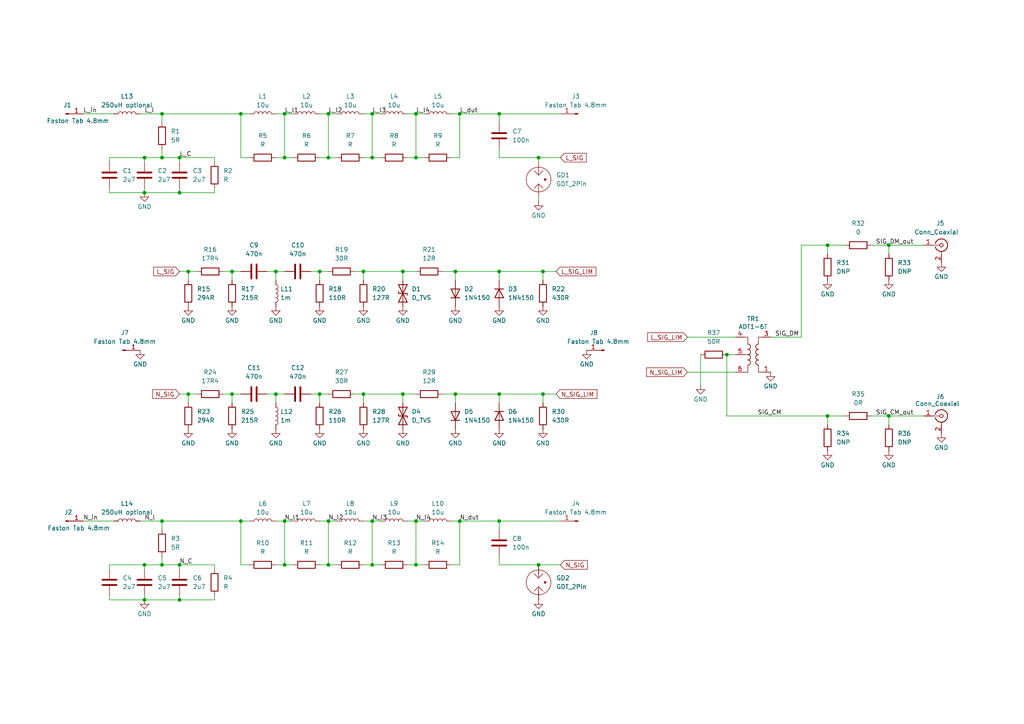
<source format=kicad_sch>
(kicad_sch (version 20250114) (generator "eeschema") (generator_version "9.0")
  (paper "A4")
  (lib_symbols
    (symbol "Connector:Conn_01x01_Pin" (pin_names (offset 1.016) (hide yes))
      (property "Reference" "J" (at 0 2.54 0))
      (property "Value" "Conn_01x01_Pin" (at 0 -2.54 0))
      (symbol "Conn_01x01_Pin_1_1"
        (rectangle (start 0.8636 0.127) (end 0 -0.127) (stroke (width 0.1524)) (fill (type outline)))
        (polyline (pts (xy 1.27 0) (xy 0.8636 0)) (stroke (width 0.1524)))
        (pin passive line (at 5.08 0 180) (length 3.81) (name "Pin_1") (number "1"))
      )
    )
    (symbol "Connector:Conn_Coaxial" (pin_names (offset 1.016) (hide yes))
      (property "Reference" "J" (at 0.254 3.048 0))
      (property "Value" "Conn_Coaxial" (at 2.921 0 90))
      (symbol "Conn_Coaxial_0_1"
        (polyline (pts (xy -2.54 0) (xy -0.508 0)))
        (arc (start 1.778 0) (mid 0.222 -1.8079) (end -1.778 -0.508) (stroke (width 0.254)))
        (arc (start -1.778 0.508) (mid 0.2221 1.8084) (end 1.778 0) (stroke (width 0.254)))
        (circle (center 0 0) (radius 0.508) (stroke (width 0.2032)))
        (polyline (pts (xy 0 -2.54) (xy 0 -1.778)))
      )
      (symbol "Conn_Coaxial_1_1"
        (pin passive line (at -5.08 0 0) (length 2.54) (name "In") (number "1"))
        (pin passive line (at 0 -5.08 90) (length 2.54) (name "Ext") (number "2"))
      )
    )
    (symbol "Device:C" (pin_numbers (hide yes)) (pin_names (offset 0.254))
      (property "Reference" "C" (at 0.635 2.54 0))
      (property "Value" "C" (at 0.635 -2.54 0))
      (symbol "C_0_1"
        (polyline (pts (xy -2.032 0.762) (xy 2.032 0.762)) (stroke (width 0.508)))
        (polyline (pts (xy -2.032 -0.762) (xy 2.032 -0.762)) (stroke (width 0.508)))
      )
      (symbol "C_1_1"
        (pin passive line (at 0 3.81 270) (length 2.794) (name "~") (number "1"))
        (pin passive line (at 0 -3.81 90) (length 2.794) (name "~") (number "2"))
      )
    )
    (symbol "Device:D" (pin_numbers (hide yes)) (pin_names (offset 1.016) (hide yes))
      (property "Reference" "D" (at 0 2.54 0))
      (property "Value" "D" (at 0 -2.54 0))
      (symbol "D_0_1"
        (polyline (pts (xy -1.27 1.27) (xy -1.27 -1.27)) (stroke (width 0.254)))
        (polyline (pts (xy 1.27 1.27) (xy 1.27 -1.27) (xy -1.27 0) (xy 1.27 1.27)) (stroke (width 0.254)))
        (polyline (pts (xy 1.27 0) (xy -1.27 0)))
      )
      (symbol "D_1_1"
        (pin passive line (at -3.81 0 0) (length 2.54) (name "K") (number "1"))
        (pin passive line (at 3.81 0 180) (length 2.54) (name "A") (number "2"))
      )
    )
    (symbol "Device:D_TVS" (pin_numbers (hide yes)) (pin_names (offset 1.016) (hide yes))
      (property "Reference" "D" (at 0 2.54 0))
      (property "Value" "D_TVS" (at 0 -2.54 0))
      (symbol "D_TVS_0_1"
        (polyline (pts (xy -2.54 1.27) (xy -2.54 -1.27) (xy 2.54 1.27) (xy 2.54 -1.27) (xy -2.54 1.27)) (stroke (width 0.254)))
        (polyline (pts (xy 0.508 1.27) (xy 0 1.27) (xy 0 -1.27) (xy -0.508 -1.27)) (stroke (width 0.254)))
        (polyline (pts (xy 1.27 0) (xy -1.27 0)))
      )
      (symbol "D_TVS_1_1"
        (pin passive line (at -3.81 0 0) (length 2.54) (name "A1") (number "1"))
        (pin passive line (at 3.81 0 180) (length 2.54) (name "A2") (number "2"))
      )
    )
    (symbol "Device:GDT_2Pin" (pin_numbers (hide yes))
      (property "Reference" "GD" (at 5.08 0 90))
      (property "Value" "GDT_2Pin" (at 7.62 0 90))
      (symbol "GDT_2Pin_0_1"
        (polyline (pts (xy 0 2.54) (xy 0 1.27)))
        (polyline (pts (xy 0 1.27) (xy 1.27 2.54)))
        (polyline (pts (xy 0 1.27) (xy -1.27 2.54)))
        (circle (center 0 0) (radius 3.5814))
        (polyline (pts (xy 0 -1.27) (xy 1.27 -2.54)))
        (polyline (pts (xy 0 -1.27) (xy -1.27 -2.54)))
        (polyline (pts (xy 0 -2.54) (xy 0 -1.27)))
        (circle (center 1.905 0) (radius 0.127))
        (circle (center 1.905 0) (radius 0.127))
        (circle (center 1.905 0) (radius 0.2794))
        (circle (center 2.032 0) (radius 0.127))
      )
      (symbol "GDT_2Pin_1_1"
        (pin passive line (at 0 5.08 270) (length 2.54) (name "~") (number "3"))
        (pin passive line (at 0 -5.08 90) (length 2.54) (name "~") (number "1"))
      )
    )
    (symbol "Device:L" (pin_numbers (hide yes)) (pin_names (offset 1.016) (hide yes))
      (property "Reference" "L" (at -1.27 0 90))
      (property "Value" "L" (at 1.905 0 90))
      (symbol "L_0_1"
        (arc (start 0 2.54) (mid 0.6323 1.905) (end 0 1.27))
        (arc (start 0 1.27) (mid 0.6323 0.635) (end 0 0))
        (arc (start 0 0) (mid 0.6323 -0.635) (end 0 -1.27))
        (arc (start 0 -1.27) (mid 0.6323 -1.905) (end 0 -2.54))
      )
      (symbol "L_1_1"
        (pin passive line (at 0 3.81 270) (length 1.27) (name "1") (number "1"))
        (pin passive line (at 0 -3.81 90) (length 1.27) (name "2") (number "2"))
      )
    )
    (symbol "Device:R" (pin_numbers (hide yes)) (pin_names (offset 0))
      (property "Reference" "R" (at 2.032 0 90))
      (property "Value" "R" (at 0 0 90))
      (symbol "R_0_1"
        (rectangle (start -1.016 -2.54) (end 1.016 2.54) (stroke (width 0.254)))
      )
      (symbol "R_1_1"
        (pin passive line (at 0 3.81 270) (length 1.27) (name "~") (number "1"))
        (pin passive line (at 0 -3.81 90) (length 1.27) (name "~") (number "2"))
      )
    )
    (symbol "Transformer:ADT1-6T" (pin_names (hide yes))
      (property "Reference" "TR" (at 0 6.35 0))
      (property "Value" "ADT1-6T" (at 0 -6.35 0))
      (symbol "ADT1-6T_0_1"
        (polyline (pts (xy -2.54 5.08) (xy -1.524 5.08) (xy -1.524 3.048) (xy -1.524 3.048)) (stroke (width 0.1524)))
        (arc (start -1.524 3.048) (mid -0.7653 2.286) (end -1.524 1.524) (stroke (width 0.2032)))
        (arc (start -1.524 1.524) (mid -0.7653 0.762) (end -1.524 0) (stroke (width 0.2032)))
        (arc (start -1.524 0) (mid -0.7653 -0.762) (end -1.524 -1.524) (stroke (width 0.2032)))
        (arc (start -1.524 -1.524) (mid -0.7653 -2.286) (end -1.524 -3.048) (stroke (width 0.2032)))
        (polyline (pts (xy -1.524 -3.048) (xy -1.524 -5.08) (xy -2.54 -5.08) (xy -2.54 -5.08)) (stroke (width 0.1524)))
        (polyline (pts (xy 1.524 3.048) (xy 1.524 5.08) (xy 2.54 5.08) (xy 2.54 5.08)) (stroke (width 0.1524)))
        (arc (start 1.524 1.524) (mid 0.7653 2.286) (end 1.524 3.048) (stroke (width 0.2032)))
        (arc (start 1.524 0) (mid 0.7653 0.762) (end 1.524 1.524) (stroke (width 0.2032)))
        (arc (start 1.524 -1.524) (mid 0.7653 -0.762) (end 1.524 0) (stroke (width 0.2032)))
        (arc (start 1.524 -3.048) (mid 0.7653 -2.286) (end 1.524 -1.524) (stroke (width 0.2032)))
        (polyline (pts (xy 2.54 0) (xy 1.27 0)) (stroke (width 0.1524)))
        (polyline (pts (xy 2.54 -5.08) (xy 1.524 -5.08) (xy 1.524 -3.048) (xy 1.524 -3.048)) (stroke (width 0.1524)))
      )
      (symbol "ADT1-6T_1_1"
        (pin passive line (at -5.08 5.08 0) (length 2.54) (name "~") (number "3"))
        (pin passive line (at -5.08 -5.08 0) (length 2.54) (name "~") (number "1"))
        (pin passive line (at 5.08 5.08 180) (length 2.54) (name "~") (number "4"))
        (pin passive line (at 5.08 0 180) (length 2.54) (name "~") (number "5"))
        (pin passive line (at 5.08 -5.08 180) (length 2.54) (name "~") (number "6"))
      )
    )
    (symbol "power:GND" (power) (pin_numbers (hide yes)) (pin_names (offset 0) (hide yes))
      (property "Value" "GND" (at 0 -3.81 0))
      (symbol "GND_0_1"
        (polyline (pts (xy 0 0) (xy 0 -1.27) (xy 1.27 -1.27) (xy 0 -2.54) (xy -1.27 -1.27) (xy 0 -1.27)))
      )
      (symbol "GND_1_1"
        (pin power_in line (at 0 0 270) (length 0) (name "~") (number "1"))
      )
    )
  )
  (junction (at 105.41 114.3))
  (junction (at 132.08 78.74))
  (junction (at 54.61 78.74))
  (junction (at 82.55 45.72))
  (junction (at 132.08 114.3))
  (junction (at 210.82 102.87))
  (junction (at 67.31 114.3))
  (junction (at 144.78 33.02))
  (junction (at 157.48 78.74))
  (junction (at 116.84 114.3))
  (junction (at 52.07 55.88))
  (junction (at 69.85 151.13))
  (junction (at 107.95 45.72))
  (junction (at 116.84 78.74))
  (junction (at 120.65 33.02))
  (junction (at 95.25 163.83))
  (junction (at 133.35 151.13))
  (junction (at 52.07 45.72))
  (junction (at 120.65 151.13))
  (junction (at 107.95 33.02))
  (junction (at 240.03 120.65))
  (junction (at 41.91 163.83))
  (junction (at 41.91 173.99))
  (junction (at 80.01 78.74))
  (junction (at 156.21 45.72))
  (junction (at 41.91 55.88))
  (junction (at 144.78 78.74))
  (junction (at 120.65 45.72))
  (junction (at 46.99 33.02))
  (junction (at 54.61 114.3))
  (junction (at 156.21 163.83))
  (junction (at 157.48 114.3))
  (junction (at 41.91 45.72))
  (junction (at 69.85 33.02))
  (junction (at 46.99 151.13))
  (junction (at 144.78 151.13))
  (junction (at 82.55 33.02))
  (junction (at 46.99 45.72))
  (junction (at 92.71 114.3))
  (junction (at 46.99 163.83))
  (junction (at 257.81 71.12))
  (junction (at 144.78 114.3))
  (junction (at 107.95 151.13))
  (junction (at 80.01 114.3))
  (junction (at 92.71 78.74))
  (junction (at 107.95 163.83))
  (junction (at 82.55 151.13))
  (junction (at 95.25 33.02))
  (junction (at 105.41 78.74))
  (junction (at 95.25 151.13))
  (junction (at 82.55 163.83))
  (junction (at 95.25 45.72))
  (junction (at 52.07 163.83))
  (junction (at 133.35 33.02))
  (junction (at 120.65 163.83))
  (junction (at 67.31 78.74))
  (junction (at 257.81 120.65))
  (junction (at 52.07 173.99))
  (junction (at 240.03 71.12))
  (wire (pts (xy 95.25 163.83) (xy 97.79 163.83)))
  (wire (pts (xy 52.07 54.61) (xy 52.07 55.88)))
  (wire (pts (xy 116.84 78.74) (xy 120.65 78.74)))
  (wire (pts (xy 95.25 45.72) (xy 97.79 45.72)))
  (wire (pts (xy 41.91 45.72) (xy 31.75 45.72)))
  (wire (pts (xy 105.41 45.72) (xy 107.95 45.72)))
  (wire (pts (xy 144.78 114.3) (xy 144.78 116.84)))
  (wire (pts (xy 144.78 114.3) (xy 157.48 114.3)))
  (wire (pts (xy 95.25 151.13) (xy 95.25 163.83)))
  (wire (pts (xy 80.01 116.84) (xy 80.01 114.3)))
  (wire (pts (xy 92.71 81.28) (xy 92.71 78.74)))
  (wire (pts (xy 156.21 46.99) (xy 156.21 45.72)))
  (wire (pts (xy 46.99 151.13) (xy 69.85 151.13)))
  (wire (pts (xy 107.95 151.13) (xy 110.49 151.13)))
  (wire (pts (xy 133.35 45.72) (xy 133.35 33.02)))
  (wire (pts (xy 107.95 151.13) (xy 107.95 163.83)))
  (wire (pts (xy 245.11 71.12) (xy 240.03 71.12)))
  (wire (pts (xy 240.03 71.12) (xy 240.03 73.66)))
  (wire (pts (xy 41.91 172.72) (xy 41.91 173.99)))
  (wire (pts (xy 120.65 163.83) (xy 123.19 163.83)))
  (wire (pts (xy 95.25 45.72) (xy 92.71 45.72)))
  (wire (pts (xy 132.08 114.3) (xy 132.08 116.84)))
  (wire (pts (xy 128.27 114.3) (xy 132.08 114.3)))
  (wire (pts (xy 69.85 163.83) (xy 72.39 163.83)))
  (wire (pts (xy 67.31 114.3) (xy 67.31 116.84)))
  (wire (pts (xy 157.48 81.28) (xy 157.48 78.74)))
  (wire (pts (xy 223.52 97.79) (xy 232.41 97.79)))
  (wire (pts (xy 120.65 151.13) (xy 123.19 151.13)))
  (wire (pts (xy 40.64 33.02) (xy 46.99 33.02)))
  (wire (pts (xy 105.41 116.84) (xy 105.41 114.3)))
  (wire (pts (xy 41.91 165.1) (xy 41.91 163.83)))
  (wire (pts (xy 52.07 163.83) (xy 62.23 163.83)))
  (wire (pts (xy 62.23 165.1) (xy 62.23 163.83)))
  (wire (pts (xy 252.73 71.12) (xy 257.81 71.12)))
  (wire (pts (xy 144.78 78.74) (xy 157.48 78.74)))
  (wire (pts (xy 105.41 114.3) (xy 116.84 114.3)))
  (wire (pts (xy 144.78 163.83) (xy 156.21 163.83)))
  (wire (pts (xy 128.27 78.74) (xy 132.08 78.74)))
  (wire (pts (xy 257.81 120.65) (xy 257.81 123.19)))
  (wire (pts (xy 116.84 114.3) (xy 116.84 116.84)))
  (wire (pts (xy 144.78 33.02) (xy 162.56 33.02)))
  (wire (pts (xy 80.01 81.28) (xy 80.01 78.74)))
  (wire (pts (xy 105.41 81.28) (xy 105.41 78.74)))
  (wire (pts (xy 120.65 33.02) (xy 123.19 33.02)))
  (wire (pts (xy 54.61 78.74) (xy 54.61 81.28)))
  (wire (pts (xy 46.99 33.02) (xy 69.85 33.02)))
  (wire (pts (xy 80.01 163.83) (xy 82.55 163.83)))
  (wire (pts (xy 232.41 71.12) (xy 240.03 71.12)))
  (wire (pts (xy 116.84 78.74) (xy 116.84 81.28)))
  (wire (pts (xy 105.41 163.83) (xy 107.95 163.83)))
  (wire (pts (xy 46.99 33.02) (xy 46.99 35.56)))
  (wire (pts (xy 52.07 45.72) (xy 46.99 45.72)))
  (wire (pts (xy 232.41 71.12) (xy 232.41 97.79)))
  (wire (pts (xy 41.91 46.99) (xy 41.91 45.72)))
  (wire (pts (xy 130.81 163.83) (xy 133.35 163.83)))
  (wire (pts (xy 203.2 102.87) (xy 203.2 111.76)))
  (wire (pts (xy 64.77 78.74) (xy 67.31 78.74)))
  (wire (pts (xy 118.11 151.13) (xy 120.65 151.13)))
  (wire (pts (xy 52.07 46.99) (xy 52.07 45.72)))
  (wire (pts (xy 199.39 97.79) (xy 213.36 97.79)))
  (wire (pts (xy 107.95 45.72) (xy 110.49 45.72)))
  (wire (pts (xy 52.07 165.1) (xy 52.07 163.83)))
  (wire (pts (xy 41.91 163.83) (xy 46.99 163.83)))
  (wire (pts (xy 24.13 151.13) (xy 33.02 151.13)))
  (wire (pts (xy 80.01 33.02) (xy 82.55 33.02)))
  (wire (pts (xy 31.75 55.88) (xy 41.91 55.88)))
  (wire (pts (xy 80.01 45.72) (xy 82.55 45.72)))
  (wire (pts (xy 95.25 33.02) (xy 95.25 45.72)))
  (wire (pts (xy 41.91 54.61) (xy 41.91 55.88)))
  (wire (pts (xy 54.61 114.3) (xy 57.15 114.3)))
  (wire (pts (xy 107.95 33.02) (xy 107.95 45.72)))
  (wire (pts (xy 62.23 173.99) (xy 52.07 173.99)))
  (wire (pts (xy 133.35 163.83) (xy 133.35 151.13)))
  (wire (pts (xy 31.75 173.99) (xy 41.91 173.99)))
  (wire (pts (xy 199.39 107.95) (xy 213.36 107.95)))
  (wire (pts (xy 120.65 33.02) (xy 120.65 45.72)))
  (wire (pts (xy 92.71 78.74) (xy 95.25 78.74)))
  (wire (pts (xy 69.85 151.13) (xy 69.85 163.83)))
  (wire (pts (xy 144.78 45.72) (xy 156.21 45.72)))
  (wire (pts (xy 102.87 114.3) (xy 105.41 114.3)))
  (wire (pts (xy 67.31 78.74) (xy 69.85 78.74)))
  (wire (pts (xy 62.23 55.88) (xy 52.07 55.88)))
  (wire (pts (xy 92.71 33.02) (xy 95.25 33.02)))
  (wire (pts (xy 31.75 172.72) (xy 31.75 173.99)))
  (wire (pts (xy 31.75 46.99) (xy 31.75 45.72)))
  (wire (pts (xy 257.81 71.12) (xy 267.97 71.12)))
  (wire (pts (xy 95.25 33.02) (xy 97.79 33.02)))
  (wire (pts (xy 132.08 78.74) (xy 144.78 78.74)))
  (wire (pts (xy 105.41 78.74) (xy 102.87 78.74)))
  (wire (pts (xy 24.13 33.02) (xy 33.02 33.02)))
  (wire (pts (xy 82.55 163.83) (xy 85.09 163.83)))
  (wire (pts (xy 133.35 33.02) (xy 144.78 33.02)))
  (wire (pts (xy 82.55 78.74) (xy 80.01 78.74)))
  (wire (pts (xy 130.81 45.72) (xy 133.35 45.72)))
  (wire (pts (xy 157.48 78.74) (xy 161.29 78.74)))
  (wire (pts (xy 105.41 33.02) (xy 107.95 33.02)))
  (wire (pts (xy 144.78 35.56) (xy 144.78 33.02)))
  (wire (pts (xy 107.95 163.83) (xy 110.49 163.83)))
  (wire (pts (xy 90.17 78.74) (xy 92.71 78.74)))
  (wire (pts (xy 120.65 163.83) (xy 120.65 151.13)))
  (wire (pts (xy 69.85 45.72) (xy 72.39 45.72)))
  (wire (pts (xy 82.55 151.13) (xy 82.55 163.83)))
  (wire (pts (xy 157.48 114.3) (xy 161.29 114.3)))
  (wire (pts (xy 46.99 161.29) (xy 46.99 163.83)))
  (wire (pts (xy 46.99 151.13) (xy 46.99 153.67)))
  (wire (pts (xy 245.11 120.65) (xy 240.03 120.65)))
  (wire (pts (xy 52.07 55.88) (xy 41.91 55.88)))
  (wire (pts (xy 52.07 114.3) (xy 54.61 114.3)))
  (wire (pts (xy 62.23 54.61) (xy 62.23 55.88)))
  (wire (pts (xy 107.95 33.02) (xy 110.49 33.02)))
  (wire (pts (xy 95.25 151.13) (xy 97.79 151.13)))
  (wire (pts (xy 130.81 33.02) (xy 133.35 33.02)))
  (wire (pts (xy 31.75 165.1) (xy 31.75 163.83)))
  (wire (pts (xy 133.35 151.13) (xy 144.78 151.13)))
  (wire (pts (xy 210.82 102.87) (xy 210.82 120.65)))
  (wire (pts (xy 80.01 114.3) (xy 82.55 114.3)))
  (wire (pts (xy 130.81 151.13) (xy 133.35 151.13)))
  (wire (pts (xy 118.11 163.83) (xy 120.65 163.83)))
  (wire (pts (xy 46.99 163.83) (xy 52.07 163.83)))
  (wire (pts (xy 90.17 114.3) (xy 92.71 114.3)))
  (wire (pts (xy 46.99 43.18) (xy 46.99 45.72)))
  (wire (pts (xy 144.78 78.74) (xy 144.78 81.28)))
  (wire (pts (xy 69.85 33.02) (xy 69.85 45.72)))
  (wire (pts (xy 118.11 45.72) (xy 120.65 45.72)))
  (wire (pts (xy 82.55 45.72) (xy 85.09 45.72)))
  (wire (pts (xy 31.75 163.83) (xy 41.91 163.83)))
  (wire (pts (xy 105.41 78.74) (xy 116.84 78.74)))
  (wire (pts (xy 105.41 151.13) (xy 107.95 151.13)))
  (wire (pts (xy 157.48 116.84) (xy 157.48 114.3)))
  (wire (pts (xy 210.82 120.65) (xy 240.03 120.65)))
  (wire (pts (xy 72.39 33.02) (xy 69.85 33.02)))
  (wire (pts (xy 257.81 73.66) (xy 257.81 71.12)))
  (wire (pts (xy 64.77 114.3) (xy 67.31 114.3)))
  (wire (pts (xy 156.21 45.72) (xy 162.56 45.72)))
  (wire (pts (xy 144.78 151.13) (xy 162.56 151.13)))
  (wire (pts (xy 156.21 163.83) (xy 162.56 163.83)))
  (wire (pts (xy 82.55 33.02) (xy 82.55 45.72)))
  (wire (pts (xy 52.07 45.72) (xy 62.23 45.72)))
  (wire (pts (xy 156.21 58.42) (xy 156.21 57.15)))
  (wire (pts (xy 92.71 114.3) (xy 95.25 114.3)))
  (wire (pts (xy 52.07 78.74) (xy 54.61 78.74)))
  (wire (pts (xy 120.65 45.72) (xy 123.19 45.72)))
  (wire (pts (xy 31.75 54.61) (xy 31.75 55.88)))
  (wire (pts (xy 92.71 151.13) (xy 95.25 151.13)))
  (wire (pts (xy 67.31 78.74) (xy 67.31 81.28)))
  (wire (pts (xy 54.61 78.74) (xy 57.15 78.74)))
  (wire (pts (xy 257.81 120.65) (xy 267.97 120.65)))
  (wire (pts (xy 95.25 163.83) (xy 92.71 163.83)))
  (wire (pts (xy 240.03 120.65) (xy 240.03 123.19)))
  (wire (pts (xy 80.01 78.74) (xy 77.47 78.74)))
  (wire (pts (xy 52.07 172.72) (xy 52.07 173.99)))
  (wire (pts (xy 118.11 33.02) (xy 120.65 33.02)))
  (wire (pts (xy 40.64 151.13) (xy 46.99 151.13)))
  (wire (pts (xy 132.08 78.74) (xy 132.08 81.28)))
  (wire (pts (xy 80.01 151.13) (xy 82.55 151.13)))
  (wire (pts (xy 62.23 172.72) (xy 62.23 173.99)))
  (wire (pts (xy 144.78 151.13) (xy 144.78 153.67)))
  (wire (pts (xy 72.39 151.13) (xy 69.85 151.13)))
  (wire (pts (xy 82.55 33.02) (xy 85.09 33.02)))
  (wire (pts (xy 92.71 116.84) (xy 92.71 114.3)))
  (wire (pts (xy 82.55 151.13) (xy 85.09 151.13)))
  (wire (pts (xy 144.78 161.29) (xy 144.78 163.83)))
  (wire (pts (xy 213.36 102.87) (xy 210.82 102.87)))
  (wire (pts (xy 252.73 120.65) (xy 257.81 120.65)))
  (wire (pts (xy 132.08 114.3) (xy 144.78 114.3)))
  (wire (pts (xy 41.91 45.72) (xy 46.99 45.72)))
  (wire (pts (xy 116.84 114.3) (xy 120.65 114.3)))
  (wire (pts (xy 52.07 173.99) (xy 41.91 173.99)))
  (wire (pts (xy 54.61 114.3) (xy 54.61 116.84)))
  (wire (pts (xy 62.23 46.99) (xy 62.23 45.72)))
  (wire (pts (xy 144.78 45.72) (xy 144.78 43.18)))
  (wire (pts (xy 67.31 114.3) (xy 69.85 114.3)))
  (wire (pts (xy 77.47 114.3) (xy 80.01 114.3)))
  (label "L_dut" (at 133.35 33.02 0))
  (label "N_dut" (at 133.35 151.13 0))
  (label "N_C" (at 52.07 163.83 0))
  (label "N_l2" (at 95.25 151.13 0))
  (label "SIG_CM" (at 219.71 120.65 0))
  (label "N_in" (at 24.13 151.13 0))
  (label "L_l2" (at 95.25 33.02 0))
  (label "N_l3" (at 107.95 151.13 0))
  (label "L_l3" (at 107.95 33.02 0))
  (label "N_l" (at 41.91 151.13 0))
  (label "SIG_DM_out" (at 254 71.12 0))
  (label "L_in" (at 24.13 33.02 0))
  (label "L_l4" (at 120.65 33.02 0))
  (label "N_l1" (at 82.55 151.13 0))
  (label "L_l1" (at 82.55 33.02 0))
  (label "L_l" (at 41.91 33.02 0))
  (label "SIG_CM_out" (at 254 120.65 0))
  (label "N_l4" (at 120.65 151.13 0))
  (label "L_C" (at 52.07 45.72 0))
  (label "SIG_DM" (at 224.79 97.79 0))
  (global_label "N_SIG_LIM" (shape input) (at 199.39 107.95 180) (property "Intersheetrefs" "${INTERSHEET_REFS}" (effects (hide yes))))
  (global_label "N_SIG_LIM" (shape input) (at 161.29 114.3 0) (property "Intersheetrefs" "${INTERSHEET_REFS}" (effects (hide yes))))
  (global_label "L_SIG_LIM" (shape input) (at 199.39 97.79 180) (property "Intersheetrefs" "${INTERSHEET_REFS}" (effects (hide yes))))
  (global_label "L_SIG_LIM" (shape input) (at 161.29 78.74 0) (property "Intersheetrefs" "${INTERSHEET_REFS}" (effects (hide yes))))
  (global_label "N_SIG" (shape input) (at 52.07 114.3 180) (property "Intersheetrefs" "${INTERSHEET_REFS}" (effects (hide yes))))
  (global_label "L_SIG" (shape input) (at 162.56 45.72 0) (property "Intersheetrefs" "${INTERSHEET_REFS}" (effects (hide yes))))
  (global_label "N_SIG" (shape input) (at 162.56 163.83 0) (property "Intersheetrefs" "${INTERSHEET_REFS}" (effects (hide yes))))
  (global_label "L_SIG" (shape input) (at 52.07 78.74 180) (property "Intersheetrefs" "${INTERSHEET_REFS}" (effects (hide yes))))
  (symbol (lib_id "power:GND") (at 257.81 81.28 0) (unit 1)
    (property "Reference" "#PWR0125" (effects (hide yes)))
    (property "Value" "GND" (at 257.81 85.344 0))
    (property "Description" "Power symbol creates a global label with name \"GND\" , ground" (effects (hide yes)))
  )
  (symbol (lib_id "Device:L") (at 36.83 33.02 90) (unit 1)
    (property "Reference" "L13" (at 36.83 27.94 90))
    (property "Value" "250uH optional" (at 36.83 30.48 90))
    (property "Footprint" "a_project_library:L_Toroid_Vertical_L26.0mm_W12.9mm_P10.0mm_Wuerth_WE-FI" (effects (hide yes)))
    (property "Description" "Inductor" (effects (hide yes)))
  )
  (symbol (lib_id "Device:L") (at 76.2 33.02 90) (unit 1)
    (property "Reference" "L1" (at 76.2 27.94 90))
    (property "Value" "10u" (at 76.2 30.48 90))
    (property "Footprint" "a_project_library:L_Wuerth_HCC-1210" (effects (hide yes)))
    (property "Description" "Inductor" (effects (hide yes)))
  )
  (symbol (lib_id "power:GND") (at 132.08 88.9 0) (unit 1)
    (property "Reference" "#PWR0118" (effects (hide yes)))
    (property "Value" "GND" (at 132.08 92.964 0))
    (property "Description" "Power symbol creates a global label with name \"GND\" , ground" (effects (hide yes)))
  )
  (symbol (lib_id "Device:R") (at 157.48 120.65 180) (unit 1)
    (property "Reference" "R30" (at 160.02 119.3799 0) (effects (justify right)))
    (property "Value" "430R" (at 160.02 121.9199 0) (effects (justify right)))
    (property "Footprint" "Resistor_SMD:R_0805_2012Metric" (effects (hide yes)))
    (property "Description" "Resistor" (effects (hide yes)))
  )
  (symbol (lib_id "Device:R") (at 248.92 71.12 270) (unit 1)
    (property "Reference" "R32" (at 248.92 64.77 90))
    (property "Value" "0" (at 248.92 67.31 90))
    (property "Footprint" "Resistor_SMD:R_0805_2012Metric" (effects (hide yes)))
    (property "Description" "Resistor" (effects (hide yes)))
  )
  (symbol (lib_id "Device:R") (at 99.06 114.3 270) (unit 1)
    (property "Reference" "R27" (at 99.06 107.95 90))
    (property "Value" "30R" (at 99.06 110.49 90))
    (property "Footprint" "Resistor_SMD:R_0805_2012Metric" (effects (hide yes)))
    (property "Description" "Resistor" (effects (hide yes)))
  )
  (symbol (lib_id "Device:R") (at 46.99 157.48 180) (unit 1)
    (property "Reference" "R3" (at 49.53 156.2099 0) (effects (justify right)))
    (property "Value" "5R" (at 49.53 158.7499 0) (effects (justify right)))
    (property "Footprint" "Resistor_THT:R_Axial_DIN0414_L11.9mm_D4.5mm_P15.24mm_Horizontal" (effects (hide yes)))
    (property "Description" "Resistor" (effects (hide yes)))
  )
  (symbol (lib_id "power:GND") (at 105.41 88.9 0) (unit 1)
    (property "Reference" "#PWR0106" (effects (hide yes)))
    (property "Value" "GND" (at 105.41 92.964 0))
    (property "Description" "Power symbol creates a global label with name \"GND\" , ground" (effects (hide yes)))
  )
  (symbol (lib_id "power:GND") (at 257.81 130.81 0) (unit 1)
    (property "Reference" "#PWR0128" (effects (hide yes)))
    (property "Value" "GND" (at 257.81 134.874 0))
    (property "Description" "Power symbol creates a global label with name \"GND\" , ground" (effects (hide yes)))
  )
  (symbol (lib_id "Connector:Conn_Coaxial") (at 273.05 71.12 0) (unit 1)
    (property "Reference" "J5" (at 271.526 64.77 0) (effects (justify left)))
    (property "Value" "Conn_Coaxial" (at 265.176 67.31 0) (effects (justify left)))
    (property "Footprint" "Connector_Coaxial:SMA_Molex_73251-2200_Horizontal" (effects (hide yes)))
    (property "Description" "coaxial connector (BNC, SMA, SMB, SMC, Cinch/RCA, LEMO, ...)" (effects (hide yes)))
  )
  (symbol (lib_id "Device:L") (at 114.3 151.13 90) (unit 1)
    (property "Reference" "L9" (at 114.3 146.05 90))
    (property "Value" "10u" (at 114.3 148.59 90))
    (property "Footprint" "a_project_library:L_Wuerth_HCC-1210" (effects (hide yes)))
    (property "Description" "Inductor" (effects (hide yes)))
  )
  (symbol (lib_id "Connector:Conn_01x01_Pin") (at 35.56 101.6 0) (unit 1)
    (property "Reference" "J7" (at 36.195 96.52 0))
    (property "Value" "Faston Tab 4.8mm" (at 36.195 99.06 0))
    (property "Footprint" "a_project_library:Faston_Tab_4.8x0.8" (effects (hide yes)))
    (property "Description" "Generic connector, single row, 01x01, script generated" (effects (hide yes)))
  )
  (symbol (lib_id "Device:R") (at 76.2 45.72 90) (unit 1)
    (property "Reference" "R5" (at 76.2 39.37 90))
    (property "Value" "R" (at 76.2 41.91 90))
    (property "Footprint" "Resistor_SMD:R_2010_5025Metric" (effects (hide yes)))
    (property "Description" "Resistor" (effects (hide yes)))
  )
  (symbol (lib_id "Device:R") (at 157.48 85.09 180) (unit 1)
    (property "Reference" "R22" (at 160.02 83.8199 0) (effects (justify right)))
    (property "Value" "430R" (at 160.02 86.3599 0) (effects (justify right)))
    (property "Footprint" "Resistor_SMD:R_0805_2012Metric" (effects (hide yes)))
    (property "Description" "Resistor" (effects (hide yes)))
  )
  (symbol (lib_id "power:GND") (at 240.03 130.81 0) (unit 1)
    (property "Reference" "#PWR0127" (effects (hide yes)))
    (property "Value" "GND" (at 240.03 134.874 0))
    (property "Description" "Power symbol creates a global label with name \"GND\" , ground" (effects (hide yes)))
  )
  (symbol (lib_id "power:GND") (at 41.91 173.99 0) (unit 1)
    (property "Reference" "#PWR0101" (effects (hide yes)))
    (property "Value" "GND" (at 41.91 178.054 0))
    (property "Description" "Power symbol creates a global label with name \"GND\" , ground" (effects (hide yes)))
  )
  (symbol (lib_id "Device:R") (at 62.23 168.91 180) (unit 1)
    (property "Reference" "R4" (at 64.77 167.6399 0) (effects (justify right)))
    (property "Value" "R" (at 64.77 170.1799 0) (effects (justify right)))
    (property "Footprint" "Resistor_SMD:R_2010_5025Metric" (effects (hide yes)))
    (property "Description" "Resistor" (effects (hide yes)))
  )
  (symbol (lib_id "power:GND") (at 157.48 88.9 0) (unit 1)
    (property "Reference" "#PWR0119" (effects (hide yes)))
    (property "Value" "GND" (at 157.48 92.964 0))
    (property "Description" "Power symbol creates a global label with name \"GND\" , ground" (effects (hide yes)))
  )
  (symbol (lib_id "Device:R") (at 54.61 120.65 180) (unit 1)
    (property "Reference" "R23" (at 57.15 119.3799 0) (effects (justify right)))
    (property "Value" "294R" (at 57.15 121.9199 0) (effects (justify right)))
    (property "Footprint" "Resistor_SMD:R_0805_2012Metric" (effects (hide yes)))
    (property "Description" "Resistor" (effects (hide yes)))
  )
  (symbol (lib_id "Device:C") (at 144.78 157.48 0) (unit 1)
    (property "Reference" "C8" (at 148.59 156.2099 0) (effects (justify left)))
    (property "Value" "100n" (at 148.59 158.7499 0) (effects (justify left)))
    (property "Footprint" "Capacitor_THT:C_Rect_L19.0mm_W11.0mm_P15.00mm_MKS4" (effects (hide yes)))
    (property "Description" "Unpolarized capacitor" (effects (hide yes)))
  )
  (symbol (lib_id "Device:R") (at 257.81 77.47 180) (unit 1)
    (property "Reference" "R33" (at 260.35 76.1999 0) (effects (justify right)))
    (property "Value" "DNP" (at 260.35 78.7399 0) (effects (justify right)))
    (property "Footprint" "Resistor_SMD:R_0805_2012Metric" (effects (hide yes)))
    (property "Description" "Resistor" (effects (hide yes)))
  )
  (symbol (lib_id "Device:C") (at 86.36 78.74 90) (unit 1)
    (property "Reference" "C10" (at 86.36 71.12 90))
    (property "Value" "470n" (at 86.36 73.66 90))
    (property "Footprint" "Capacitor_SMD:C_0805_2012Metric" (effects (hide yes)))
    (property "Description" "Unpolarized capacitor" (effects (hide yes)))
  )
  (symbol (lib_id "Device:C") (at 73.66 114.3 90) (unit 1)
    (property "Reference" "C11" (at 73.66 106.68 90))
    (property "Value" "470n" (at 73.66 109.22 90))
    (property "Footprint" "Capacitor_SMD:C_0805_2012Metric" (effects (hide yes)))
    (property "Description" "Unpolarized capacitor" (effects (hide yes)))
  )
  (symbol (lib_id "power:GND") (at 80.01 88.9 0) (unit 1)
    (property "Reference" "#PWR0103" (effects (hide yes)))
    (property "Value" "GND" (at 80.01 92.964 0))
    (property "Description" "Power symbol creates a global label with name \"GND\" , ground" (effects (hide yes)))
  )
  (symbol (lib_id "Device:R") (at 105.41 120.65 180) (unit 1)
    (property "Reference" "R28" (at 107.95 119.3799 0) (effects (justify right)))
    (property "Value" "127R" (at 107.95 121.9199 0) (effects (justify right)))
    (property "Footprint" "Resistor_SMD:R_0805_2012Metric" (effects (hide yes)))
    (property "Description" "Resistor" (effects (hide yes)))
  )
  (symbol (lib_id "power:GND") (at 54.61 88.9 0) (unit 1)
    (property "Reference" "#PWR0104" (effects (hide yes)))
    (property "Value" "GND" (at 54.61 92.964 0))
    (property "Description" "Power symbol creates a global label with name \"GND\" , ground" (effects (hide yes)))
  )
  (symbol (lib_id "power:GND") (at 105.41 124.46 0) (unit 1)
    (property "Reference" "#PWR0111" (effects (hide yes)))
    (property "Value" "GND" (at 105.41 128.524 0))
    (property "Description" "Power symbol creates a global label with name \"GND\" , ground" (effects (hide yes)))
  )
  (symbol (lib_id "Device:R") (at 127 163.83 90) (unit 1)
    (property "Reference" "R14" (at 127 157.48 90))
    (property "Value" "R" (at 127 160.02 90))
    (property "Footprint" "Resistor_SMD:R_2010_5025Metric" (effects (hide yes)))
    (property "Description" "Resistor" (effects (hide yes)))
  )
  (symbol (lib_id "Device:R") (at 240.03 127 180) (unit 1)
    (property "Reference" "R34" (at 242.57 125.7299 0) (effects (justify right)))
    (property "Value" "DNP" (at 242.57 128.2699 0) (effects (justify right)))
    (property "Footprint" "Resistor_SMD:R_0805_2012Metric" (effects (hide yes)))
    (property "Description" "Resistor" (effects (hide yes)))
  )
  (symbol (lib_id "Device:C") (at 41.91 168.91 0) (unit 1)
    (property "Reference" "C5" (at 45.72 167.6399 0) (effects (justify left)))
    (property "Value" "2u7" (at 45.72 170.1799 0) (effects (justify left)))
    (property "Footprint" "Capacitor_THT:C_Rect_L28.0mm_W12.0mm_P22.50mm_MKS4" (effects (hide yes)))
    (property "Description" "Unpolarized capacitor" (effects (hide yes)))
  )
  (symbol (lib_id "Device:L") (at 88.9 33.02 90) (unit 1)
    (property "Reference" "L2" (at 88.9 27.94 90))
    (property "Value" "10u" (at 88.9 30.48 90))
    (property "Footprint" "a_project_library:L_Wuerth_HCC-1210" (effects (hide yes)))
    (property "Description" "Inductor" (effects (hide yes)))
  )
  (symbol (lib_id "Device:L") (at 127 151.13 90) (unit 1)
    (property "Reference" "L10" (at 127 146.05 90))
    (property "Value" "10u" (at 127 148.59 90))
    (property "Footprint" "a_project_library:L_Wuerth_HCC-1210" (effects (hide yes)))
    (property "Description" "Inductor" (effects (hide yes)))
  )
  (symbol (lib_id "Device:R") (at 101.6 45.72 90) (unit 1)
    (property "Reference" "R7" (at 101.6 39.37 90))
    (property "Value" "R" (at 101.6 41.91 90))
    (property "Footprint" "Resistor_SMD:R_2010_5025Metric" (effects (hide yes)))
    (property "Description" "Resistor" (effects (hide yes)))
  )
  (symbol (lib_id "Device:L") (at 101.6 151.13 90) (unit 1)
    (property "Reference" "L8" (at 101.6 146.05 90))
    (property "Value" "10u" (at 101.6 148.59 90))
    (property "Footprint" "a_project_library:L_Wuerth_HCC-1210" (effects (hide yes)))
    (property "Description" "Inductor" (effects (hide yes)))
  )
  (symbol (lib_id "Device:D_TVS") (at 116.84 120.65 270) (unit 1)
    (property "Reference" "D4" (at 119.38 119.3799 90) (effects (justify left)))
    (property "Value" "D_TVS" (at 119.38 121.9199 90) (effects (justify left)))
    (property "Footprint" "Diode_SMD:D_SOD-323" (effects (hide yes)))
    (property "Description" "Bidirectional transient-voltage-suppression diode" (effects (hide yes)))
  )
  (symbol (lib_id "Device:R") (at 67.31 85.09 180) (unit 1)
    (property "Reference" "R17" (at 69.85 83.8199 0) (effects (justify right)))
    (property "Value" "215R" (at 69.85 86.3599 0) (effects (justify right)))
    (property "Footprint" "Resistor_SMD:R_0805_2012Metric" (effects (hide yes)))
    (property "Description" "Resistor" (effects (hide yes)))
  )
  (symbol (lib_id "power:GND") (at 144.78 124.46 0) (unit 1)
    (property "Reference" "#PWR0116" (effects (hide yes)))
    (property "Value" "GND" (at 144.78 128.524 0))
    (property "Description" "Power symbol creates a global label with name \"GND\" , ground" (effects (hide yes)))
  )
  (symbol (lib_id "Device:R") (at 105.41 85.09 180) (unit 1)
    (property "Reference" "R20" (at 107.95 83.8199 0) (effects (justify right)))
    (property "Value" "127R" (at 107.95 86.3599 0) (effects (justify right)))
    (property "Footprint" "Resistor_SMD:R_0805_2012Metric" (effects (hide yes)))
    (property "Description" "Resistor" (effects (hide yes)))
  )
  (symbol (lib_id "Device:R") (at 99.06 78.74 270) (unit 1)
    (property "Reference" "R19" (at 99.06 72.39 90))
    (property "Value" "30R" (at 99.06 74.93 90))
    (property "Footprint" "Resistor_SMD:R_0805_2012Metric" (effects (hide yes)))
    (property "Description" "Resistor" (effects (hide yes)))
  )
  (symbol (lib_id "Device:L") (at 127 33.02 90) (unit 1)
    (property "Reference" "L5" (at 127 27.94 90))
    (property "Value" "10u" (at 127 30.48 90))
    (property "Footprint" "a_project_library:L_Wuerth_HCC-1210" (effects (hide yes)))
    (property "Description" "Inductor" (effects (hide yes)))
  )
  (symbol (lib_id "Device:L") (at 88.9 151.13 90) (unit 1)
    (property "Reference" "L7" (at 88.9 146.05 90))
    (property "Value" "10u" (at 88.9 148.59 90))
    (property "Footprint" "a_project_library:L_Wuerth_HCC-1210" (effects (hide yes)))
    (property "Description" "Inductor" (effects (hide yes)))
  )
  (symbol (lib_id "Device:C") (at 73.66 78.74 90) (unit 1)
    (property "Reference" "C9" (at 73.66 71.12 90))
    (property "Value" "470n" (at 73.66 73.66 90))
    (property "Footprint" "Capacitor_SMD:C_0805_2012Metric" (effects (hide yes)))
    (property "Description" "Unpolarized capacitor" (effects (hide yes)))
  )
  (symbol (lib_id "power:GND") (at 223.52 107.95 0) (unit 1)
    (property "Reference" "#PWR0131" (effects (hide yes)))
    (property "Value" "GND" (at 223.52 112.014 0))
    (property "Description" "Power symbol creates a global label with name \"GND\" , ground" (effects (hide yes)))
  )
  (symbol (lib_id "power:GND") (at 170.18 101.6 0) (unit 1)
    (property "Reference" "#PWR0122" (effects (hide yes)))
    (property "Value" "GND" (at 170.18 105.664 0))
    (property "Description" "Power symbol creates a global label with name \"GND\" , ground" (effects (hide yes)))
  )
  (symbol (lib_id "Device:R") (at 114.3 163.83 90) (unit 1)
    (property "Reference" "R13" (at 114.3 157.48 90))
    (property "Value" "R" (at 114.3 160.02 90))
    (property "Footprint" "Resistor_SMD:R_2010_5025Metric" (effects (hide yes)))
    (property "Description" "Resistor" (effects (hide yes)))
  )
  (symbol (lib_id "Connector:Conn_01x01_Pin") (at 19.05 151.13 0) (unit 1)
    (property "Reference" "J2" (at 19.812 148.59 0))
    (property "Value" "Faston Tab 4.8mm" (at 22.86 153.162 0))
    (property "Footprint" "a_project_library:Faston_Tab_4.8x0.8" (effects (hide yes)))
    (property "Description" "Generic connector, single row, 01x01, script generated" (effects (hide yes)))
  )
  (symbol (lib_id "Device:L") (at 80.01 120.65 0) (unit 1)
    (property "Reference" "L12" (at 81.28 119.3799 0) (effects (justify left)))
    (property "Value" "1m" (at 81.28 121.9199 0) (effects (justify left)))
    (property "Footprint" "Inductor_SMD:L_1812_4532Metric_Pad1.30x3.40mm_HandSolder" (effects (hide yes)))
    (property "Description" "Inductor" (effects (hide yes)))
  )
  (symbol (lib_id "Device:R") (at 240.03 77.47 180) (unit 1)
    (property "Reference" "R31" (at 242.57 76.1999 0) (effects (justify right)))
    (property "Value" "DNP" (at 242.57 78.7399 0) (effects (justify right)))
    (property "Footprint" "Resistor_SMD:R_0805_2012Metric" (effects (hide yes)))
    (property "Description" "Resistor" (effects (hide yes)))
  )
  (symbol (lib_id "Device:R") (at 248.92 120.65 270) (unit 1)
    (property "Reference" "R35" (at 248.92 114.3 90))
    (property "Value" "0R" (at 248.92 116.84 90))
    (property "Footprint" "Resistor_SMD:R_0805_2012Metric" (effects (hide yes)))
    (property "Description" "Resistor" (effects (hide yes)))
  )
  (symbol (lib_id "Connector:Conn_01x01_Pin") (at 167.64 33.02 180) (unit 1)
    (property "Reference" "J3" (at 167.005 27.94 0))
    (property "Value" "Faston Tab 4.8mm" (at 167.005 30.48 0))
    (property "Footprint" "a_project_library:Faston_Tab_4.8x0.8" (effects (hide yes)))
    (property "Description" "Generic connector, single row, 01x01, script generated" (effects (hide yes)))
  )
  (symbol (lib_id "Device:C") (at 52.07 50.8 0) (unit 1)
    (property "Reference" "C3" (at 55.88 49.5299 0) (effects (justify left)))
    (property "Value" "2u7" (at 55.88 52.0699 0) (effects (justify left)))
    (property "Footprint" "Capacitor_THT:C_Rect_L28.0mm_W12.0mm_P22.50mm_MKS4" (effects (hide yes)))
    (property "Description" "Unpolarized capacitor" (effects (hide yes)))
  )
  (symbol (lib_id "power:GND") (at 54.61 124.46 0) (unit 1)
    (property "Reference" "#PWR0108" (effects (hide yes)))
    (property "Value" "GND" (at 54.61 128.524 0))
    (property "Description" "Power symbol creates a global label with name \"GND\" , ground" (effects (hide yes)))
  )
  (symbol (lib_id "power:GND") (at 157.48 124.46 0) (unit 1)
    (property "Reference" "#PWR0117" (effects (hide yes)))
    (property "Value" "GND" (at 157.48 128.524 0))
    (property "Description" "Power symbol creates a global label with name \"GND\" , ground" (effects (hide yes)))
  )
  (symbol (lib_id "Device:R") (at 60.96 114.3 90) (unit 1)
    (property "Reference" "R24" (at 60.96 107.95 90))
    (property "Value" "17R4" (at 60.96 110.49 90))
    (property "Footprint" "Resistor_SMD:R_0805_2012Metric" (effects (hide yes)))
    (property "Description" "Resistor" (effects (hide yes)))
  )
  (symbol (lib_id "power:GND") (at 116.84 124.46 0) (unit 1)
    (property "Reference" "#PWR0113" (effects (hide yes)))
    (property "Value" "GND" (at 116.84 128.524 0))
    (property "Description" "Power symbol creates a global label with name \"GND\" , ground" (effects (hide yes)))
  )
  (symbol (lib_id "power:GND") (at 92.71 124.46 0) (unit 1)
    (property "Reference" "#PWR0112" (effects (hide yes)))
    (property "Value" "GND" (at 92.71 128.524 0))
    (property "Description" "Power symbol creates a global label with name \"GND\" , ground" (effects (hide yes)))
  )
  (symbol (lib_id "Device:R") (at 54.61 85.09 180) (unit 1)
    (property "Reference" "R15" (at 57.15 83.8199 0) (effects (justify right)))
    (property "Value" "294R" (at 57.15 86.3599 0) (effects (justify right)))
    (property "Footprint" "Resistor_SMD:R_0805_2012Metric" (effects (hide yes)))
    (property "Description" "Resistor" (effects (hide yes)))
  )
  (symbol (lib_id "Device:L") (at 80.01 85.09 0) (unit 1)
    (property "Reference" "L11" (at 81.28 83.8199 0) (effects (justify left)))
    (property "Value" "1m" (at 81.28 86.3599 0) (effects (justify left)))
    (property "Footprint" "Inductor_SMD:L_1812_4532Metric_Pad1.30x3.40mm_HandSolder" (effects (hide yes)))
    (property "Description" "Inductor" (effects (hide yes)))
  )
  (symbol (lib_id "power:GND") (at 67.31 124.46 0) (unit 1)
    (property "Reference" "#PWR0109" (effects (hide yes)))
    (property "Value" "GND" (at 67.31 128.524 0))
    (property "Description" "Power symbol creates a global label with name \"GND\" , ground" (effects (hide yes)))
  )
  (symbol (lib_id "Device:C") (at 31.75 50.8 0) (unit 1)
    (property "Reference" "C1" (at 35.56 49.5299 0) (effects (justify left)))
    (property "Value" "2u7" (at 35.56 52.0699 0) (effects (justify left)))
    (property "Footprint" "Capacitor_THT:C_Rect_L28.0mm_W12.0mm_P22.50mm_MKS4" (effects (hide yes)))
    (property "Description" "Unpolarized capacitor" (effects (hide yes)))
  )
  (symbol (lib_id "Device:L") (at 101.6 33.02 90) (unit 1)
    (property "Reference" "L3" (at 101.6 27.94 90))
    (property "Value" "10u" (at 101.6 30.48 90))
    (property "Footprint" "a_project_library:L_Wuerth_HCC-1210" (effects (hide yes)))
    (property "Description" "Inductor" (effects (hide yes)))
  )
  (symbol (lib_id "Device:R") (at 257.81 127 180) (unit 1)
    (property "Reference" "R36" (at 260.35 125.7299 0) (effects (justify right)))
    (property "Value" "DNP" (at 260.35 128.2699 0) (effects (justify right)))
    (property "Footprint" "Resistor_SMD:R_0805_2012Metric" (effects (hide yes)))
    (property "Description" "Resistor" (effects (hide yes)))
  )
  (symbol (lib_id "Connector:Conn_01x01_Pin") (at 19.05 33.02 0) (unit 1)
    (property "Reference" "J1" (at 19.558 30.48 0))
    (property "Value" "Faston Tab 4.8mm" (at 22.606 35.052 0))
    (property "Footprint" "a_project_library:Faston_Tab_4.8x0.8" (effects (hide yes)))
    (property "Description" "Generic connector, single row, 01x01, script generated" (effects (hide yes)))
  )
  (symbol (lib_id "Device:R") (at 62.23 50.8 180) (unit 1)
    (property "Reference" "R2" (at 64.77 49.5299 0) (effects (justify right)))
    (property "Value" "R" (at 64.77 52.0699 0) (effects (justify right)))
    (property "Footprint" "Resistor_SMD:R_2010_5025Metric" (effects (hide yes)))
    (property "Description" "Resistor" (effects (hide yes)))
  )
  (symbol (lib_id "Device:R") (at 124.46 78.74 270) (unit 1)
    (property "Reference" "R21" (at 124.46 72.39 90))
    (property "Value" "12R" (at 124.46 74.93 90))
    (property "Footprint" "Resistor_SMD:R_0805_2012Metric" (effects (hide yes)))
    (property "Description" "Resistor" (effects (hide yes)))
  )
  (symbol (lib_id "Device:L") (at 114.3 33.02 90) (unit 1)
    (property "Reference" "L4" (at 114.3 27.94 90))
    (property "Value" "10u" (at 114.3 30.48 90))
    (property "Footprint" "a_project_library:L_Wuerth_HCC-1210" (effects (hide yes)))
    (property "Description" "Inductor" (effects (hide yes)))
  )
  (symbol (lib_id "Device:D") (at 144.78 85.09 270) (unit 1)
    (property "Reference" "D3" (at 147.32 83.8199 90) (effects (justify left)))
    (property "Value" "1N4150" (at 147.32 86.3599 90) (effects (justify left)))
    (property "Footprint" "Diode_SMD:D_SOD-123" (effects (hide yes)))
    (property "Description" "Diode" (effects (hide yes)))
    (property "Sim.Device" "D" (effects (hide yes)))
    (property "Sim.Pins" "1=K 2=A" (effects (hide yes)))
  )
  (symbol (lib_id "Device:C") (at 86.36 114.3 90) (unit 1)
    (property "Reference" "C12" (at 86.36 106.68 90))
    (property "Value" "470n" (at 86.36 109.22 90))
    (property "Footprint" "Capacitor_SMD:C_0805_2012Metric" (effects (hide yes)))
    (property "Description" "Unpolarized capacitor" (effects (hide yes)))
  )
  (symbol (lib_id "Connector:Conn_Coaxial") (at 273.05 120.65 0) (unit 1)
    (property "Reference" "J6" (at 271.526 115.062 0) (effects (justify left)))
    (property "Value" "Conn_Coaxial" (at 265.43 117.094 0) (effects (justify left)))
    (property "Footprint" "Connector_Coaxial:SMA_Molex_73251-2200_Horizontal" (effects (hide yes)))
    (property "Description" "coaxial connector (BNC, SMA, SMB, SMC, Cinch/RCA, LEMO, ...)" (effects (hide yes)))
  )
  (symbol (lib_id "Device:GDT_2Pin") (at 156.21 52.07 0) (unit 1)
    (property "Reference" "GD1" (at 161.29 50.7999 0) (effects (justify left)))
    (property "Value" "GDT_2Pin" (at 161.29 53.3399 0) (effects (justify left)))
    (property "Footprint" "a_project_library:GDT_D8_P10.16_Horizontal" (effects (hide yes)))
    (property "Description" "Gas Discharge Tube with 2 Pins" (effects (hide yes)))
  )
  (symbol (lib_id "power:GND") (at 144.78 88.9 0) (unit 1)
    (property "Reference" "#PWR0120" (effects (hide yes)))
    (property "Value" "GND" (at 144.78 92.964 0))
    (property "Description" "Power symbol creates a global label with name \"GND\" , ground" (effects (hide yes)))
  )
  (symbol (lib_id "Device:R") (at 207.01 102.87 270) (unit 1)
    (property "Reference" "R37" (at 207.01 96.52 90))
    (property "Value" "50R" (at 207.01 99.06 90))
    (property "Footprint" "Resistor_SMD:R_0805_2012Metric" (effects (hide yes)))
    (property "Description" "Resistor" (effects (hide yes)))
  )
  (symbol (lib_id "Device:R") (at 114.3 45.72 90) (unit 1)
    (property "Reference" "R8" (at 114.3 39.37 90))
    (property "Value" "R" (at 114.3 41.91 90))
    (property "Footprint" "Resistor_SMD:R_2010_5025Metric" (effects (hide yes)))
    (property "Description" "Resistor" (effects (hide yes)))
  )
  (symbol (lib_id "Device:R") (at 92.71 85.09 180) (unit 1)
    (property "Reference" "R18" (at 95.25 83.8199 0) (effects (justify right)))
    (property "Value" "110R" (at 95.25 86.3599 0) (effects (justify right)))
    (property "Footprint" "Resistor_SMD:R_0805_2012Metric" (effects (hide yes)))
    (property "Description" "Resistor" (effects (hide yes)))
  )
  (symbol (lib_id "Device:C") (at 52.07 168.91 0) (unit 1)
    (property "Reference" "C6" (at 55.88 167.6399 0) (effects (justify left)))
    (property "Value" "2u7" (at 55.88 170.1799 0) (effects (justify left)))
    (property "Footprint" "Capacitor_THT:C_Rect_L28.0mm_W12.0mm_P22.50mm_MKS4" (effects (hide yes)))
    (property "Description" "Unpolarized capacitor" (effects (hide yes)))
  )
  (symbol (lib_id "power:GND") (at 92.71 88.9 0) (unit 1)
    (property "Reference" "#PWR0107" (effects (hide yes)))
    (property "Value" "GND" (at 92.71 92.964 0))
    (property "Description" "Power symbol creates a global label with name \"GND\" , ground" (effects (hide yes)))
  )
  (symbol (lib_id "power:GND") (at 116.84 88.9 0) (unit 1)
    (property "Reference" "#PWR0114" (effects (hide yes)))
    (property "Value" "GND" (at 116.84 92.964 0))
    (property "Description" "Power symbol creates a global label with name \"GND\" , ground" (effects (hide yes)))
  )
  (symbol (lib_id "Connector:Conn_01x01_Pin") (at 175.26 101.6 180) (unit 1)
    (property "Reference" "J8" (at 172.212 96.52 0))
    (property "Value" "Faston Tab 4.8mm" (at 173.482 99.06 0))
    (property "Footprint" "a_project_library:Faston_Tab_4.8x0.8" (effects (hide yes)))
    (property "Description" "Generic connector, single row, 01x01, script generated" (effects (hide yes)))
  )
  (symbol (lib_id "power:GND") (at 80.01 124.46 0) (unit 1)
    (property "Reference" "#PWR0110" (effects (hide yes)))
    (property "Value" "GND" (at 80.01 128.524 0))
    (property "Description" "Power symbol creates a global label with name \"GND\" , ground" (effects (hide yes)))
  )
  (symbol (lib_id "power:GND") (at 67.31 88.9 0) (unit 1)
    (property "Reference" "#PWR0105" (effects (hide yes)))
    (property "Value" "GND" (at 67.31 92.964 0))
    (property "Description" "Power symbol creates a global label with name \"GND\" , ground" (effects (hide yes)))
  )
  (symbol (lib_id "Device:D_TVS") (at 116.84 85.09 270) (unit 1)
    (property "Reference" "D1" (at 119.38 83.8199 90) (effects (justify left)))
    (property "Value" "D_TVS" (at 119.38 86.3599 90) (effects (justify left)))
    (property "Footprint" "Diode_SMD:D_SOD-323" (effects (hide yes)))
    (property "Description" "Bidirectional transient-voltage-suppression diode" (effects (hide yes)))
  )
  (symbol (lib_id "power:GND") (at 273.05 76.2 0) (unit 1)
    (property "Reference" "#PWR0130" (effects (hide yes)))
    (property "Value" "GND" (at 273.05 80.264 0))
    (property "Description" "Power symbol creates a global label with name \"GND\" , ground" (effects (hide yes)))
  )
  (symbol (lib_id "Device:R") (at 92.71 120.65 180) (unit 1)
    (property "Reference" "R26" (at 95.25 119.3799 0) (effects (justify right)))
    (property "Value" "110R" (at 95.25 121.9199 0) (effects (justify right)))
    (property "Footprint" "Resistor_SMD:R_0805_2012Metric" (effects (hide yes)))
    (property "Description" "Resistor" (effects (hide yes)))
  )
  (symbol (lib_id "Device:D") (at 144.78 120.65 270) (unit 1)
    (property "Reference" "D6" (at 147.32 119.3799 90) (effects (justify left)))
    (property "Value" "1N4150" (at 147.32 121.9199 90) (effects (justify left)))
    (property "Footprint" "Diode_SMD:D_SOD-123" (effects (hide yes)))
    (property "Description" "Diode" (effects (hide yes)))
    (property "Sim.Device" "D" (effects (hide yes)))
    (property "Sim.Pins" "1=K 2=A" (effects (hide yes)))
  )
  (symbol (lib_id "Device:GDT_2Pin") (at 156.21 168.91 0) (unit 1)
    (property "Reference" "GD2" (at 161.29 167.6399 0) (effects (justify left)))
    (property "Value" "GDT_2Pin" (at 161.29 170.1799 0) (effects (justify left)))
    (property "Footprint" "a_project_library:GDT_D8_P10.16_Horizontal" (effects (hide yes)))
    (property "Description" "Gas Discharge Tube with 2 Pins" (effects (hide yes)))
  )
  (symbol (lib_id "Transformer:ADT1-6T") (at 218.44 102.87 0) (mirror y) (unit 1)
    (property "Reference" "TR1" (at 218.44 92.456 0))
    (property "Value" "ADT1-6T" (at 218.44 94.742 0))
    (property "Footprint" "RF_Mini-Circuits:Mini-Circuits_CD637_H5.23mm" (effects (hide yes)))
    (property "Datasheet" "https://www.minicircuits.com/pdfs/ADT1-6T+.pdf" (effects (hide yes)))
    (property "Description" "0.06-160MHz 1:1 RF Transformer, Unbalanced to Balanced Center Tap, CD542" (effects (hide yes)))
  )
  (symbol (lib_id "Device:C") (at 41.91 50.8 0) (unit 1)
    (property "Reference" "C2" (at 45.72 49.5299 0) (effects (justify left)))
    (property "Value" "2u7" (at 45.72 52.0699 0) (effects (justify left)))
    (property "Footprint" "Capacitor_THT:C_Rect_L28.0mm_W12.0mm_P22.50mm_MKS4" (effects (hide yes)))
    (property "Description" "Unpolarized capacitor" (effects (hide yes)))
  )
  (symbol (lib_id "power:GND") (at 156.21 173.99 0) (unit 1)
    (property "Reference" "#PWR0123" (effects (hide yes)))
    (property "Value" "GND" (at 156.21 178.054 0))
    (property "Description" "Power symbol creates a global label with name \"GND\" , ground" (effects (hide yes)))
  )
  (symbol (lib_id "Device:R") (at 76.2 163.83 90) (unit 1)
    (property "Reference" "R10" (at 76.2 157.48 90))
    (property "Value" "R" (at 76.2 160.02 90))
    (property "Footprint" "Resistor_SMD:R_2010_5025Metric" (effects (hide yes)))
    (property "Description" "Resistor" (effects (hide yes)))
  )
  (symbol (lib_id "Device:L") (at 76.2 151.13 90) (unit 1)
    (property "Reference" "L6" (at 76.2 146.05 90))
    (property "Value" "10u" (at 76.2 148.59 90))
    (property "Footprint" "a_project_library:L_Wuerth_HCC-1210" (effects (hide yes)))
    (property "Description" "Inductor" (effects (hide yes)))
  )
  (symbol (lib_id "Device:R") (at 60.96 78.74 90) (unit 1)
    (property "Reference" "R16" (at 60.96 72.39 90))
    (property "Value" "17R4" (at 60.96 74.93 90))
    (property "Footprint" "Resistor_SMD:R_0805_2012Metric" (effects (hide yes)))
    (property "Description" "Resistor" (effects (hide yes)))
  )
  (symbol (lib_id "Device:D") (at 132.08 85.09 90) (unit 1)
    (property "Reference" "D2" (at 134.62 83.8199 90) (effects (justify right)))
    (property "Value" "1N4150" (at 134.62 86.3599 90) (effects (justify right)))
    (property "Footprint" "Diode_SMD:D_SOD-123" (effects (hide yes)))
    (property "Description" "Diode" (effects (hide yes)))
    (property "Sim.Device" "D" (effects (hide yes)))
    (property "Sim.Pins" "1=K 2=A" (effects (hide yes)))
  )
  (symbol (lib_id "Device:R") (at 124.46 114.3 270) (unit 1)
    (property "Reference" "R29" (at 124.46 107.95 90))
    (property "Value" "12R" (at 124.46 110.49 90))
    (property "Footprint" "Resistor_SMD:R_0805_2012Metric" (effects (hide yes)))
    (property "Description" "Resistor" (effects (hide yes)))
  )
  (symbol (lib_id "Connector:Conn_01x01_Pin") (at 167.64 151.13 180) (unit 1)
    (property "Reference" "J4" (at 167.005 146.05 0))
    (property "Value" "Faston Tab 4.8mm" (at 167.005 148.59 0))
    (property "Footprint" "a_project_library:Faston_Tab_4.8x0.8" (effects (hide yes)))
    (property "Description" "Generic connector, single row, 01x01, script generated" (effects (hide yes)))
  )
  (symbol (lib_id "Device:L") (at 36.83 151.13 90) (unit 1)
    (property "Reference" "L14" (at 36.83 146.05 90))
    (property "Value" "250uH optional" (at 36.83 148.59 90))
    (property "Footprint" "a_project_library:L_Toroid_Vertical_L26.0mm_W12.9mm_P10.0mm_Wuerth_WE-FI" (effects (hide yes)))
    (property "Description" "Inductor" (effects (hide yes)))
  )
  (symbol (lib_id "power:GND") (at 132.08 124.46 0) (unit 1)
    (property "Reference" "#PWR0115" (effects (hide yes)))
    (property "Value" "GND" (at 132.08 128.524 0))
    (property "Description" "Power symbol creates a global label with name \"GND\" , ground" (effects (hide yes)))
  )
  (symbol (lib_id "power:GND") (at 41.91 55.88 0) (unit 1)
    (property "Reference" "#PWR0102" (effects (hide yes)))
    (property "Value" "GND" (at 41.91 59.944 0))
    (property "Description" "Power symbol creates a global label with name \"GND\" , ground" (effects (hide yes)))
  )
  (symbol (lib_id "power:GND") (at 156.21 58.42 0) (unit 1)
    (property "Reference" "#PWR0124" (effects (hide yes)))
    (property "Value" "GND" (at 156.21 62.484 0))
    (property "Description" "Power symbol creates a global label with name \"GND\" , ground" (effects (hide yes)))
  )
  (symbol (lib_id "Device:R") (at 127 45.72 90) (unit 1)
    (property "Reference" "R9" (at 127 39.37 90))
    (property "Value" "R" (at 127 41.91 90))
    (property "Footprint" "Resistor_SMD:R_2010_5025Metric" (effects (hide yes)))
    (property "Description" "Resistor" (effects (hide yes)))
  )
  (symbol (lib_id "power:GND") (at 40.64 101.6 0) (unit 1)
    (property "Reference" "#PWR0121" (effects (hide yes)))
    (property "Value" "GND" (at 40.64 105.664 0))
    (property "Description" "Power symbol creates a global label with name \"GND\" , ground" (effects (hide yes)))
  )
  (symbol (lib_id "power:GND") (at 203.2 111.76 0) (unit 1)
    (property "Reference" "#PWR0132" (effects (hide yes)))
    (property "Value" "GND" (at 203.2 115.824 0))
    (property "Description" "Power symbol creates a global label with name \"GND\" , ground" (effects (hide yes)))
  )
  (symbol (lib_id "Device:R") (at 101.6 163.83 90) (unit 1)
    (property "Reference" "R12" (at 101.6 157.48 90))
    (property "Value" "R" (at 101.6 160.02 90))
    (property "Footprint" "Resistor_SMD:R_2010_5025Metric" (effects (hide yes)))
    (property "Description" "Resistor" (effects (hide yes)))
  )
  (symbol (lib_id "power:GND") (at 273.05 125.73 0) (unit 1)
    (property "Reference" "#PWR0129" (effects (hide yes)))
    (property "Value" "GND" (at 273.05 129.794 0))
    (property "Description" "Power symbol creates a global label with name \"GND\" , ground" (effects (hide yes)))
  )
  (symbol (lib_id "Device:R") (at 88.9 45.72 90) (unit 1)
    (property "Reference" "R6" (at 88.9 39.37 90))
    (property "Value" "R" (at 88.9 41.91 90))
    (property "Footprint" "Resistor_SMD:R_2010_5025Metric" (effects (hide yes)))
    (property "Description" "Resistor" (effects (hide yes)))
  )
  (symbol (lib_id "power:GND") (at 240.03 81.28 0) (unit 1)
    (property "Reference" "#PWR0126" (effects (hide yes)))
    (property "Value" "GND" (at 240.03 85.344 0))
    (property "Description" "Power symbol creates a global label with name \"GND\" , ground" (effects (hide yes)))
  )
  (symbol (lib_id "Device:C") (at 144.78 39.37 0) (unit 1)
    (property "Reference" "C7" (at 148.59 38.0999 0) (effects (justify left)))
    (property "Value" "100n" (at 148.59 40.6399 0) (effects (justify left)))
    (property "Footprint" "Capacitor_THT:C_Rect_L19.0mm_W11.0mm_P15.00mm_MKS4" (effects (hide yes)))
    (property "Description" "Unpolarized capacitor" (effects (hide yes)))
  )
  (symbol (lib_id "Device:R") (at 67.31 120.65 180) (unit 1)
    (property "Reference" "R25" (at 69.85 119.3799 0) (effects (justify right)))
    (property "Value" "215R" (at 69.85 121.9199 0) (effects (justify right)))
    (property "Footprint" "Resistor_SMD:R_0805_2012Metric" (effects (hide yes)))
    (property "Description" "Resistor" (effects (hide yes)))
  )
  (symbol (lib_id "Device:C") (at 31.75 168.91 0) (unit 1)
    (property "Reference" "C4" (at 35.56 167.6399 0) (effects (justify left)))
    (property "Value" "2u7" (at 35.56 170.1799 0) (effects (justify left)))
    (property "Footprint" "Capacitor_THT:C_Rect_L28.0mm_W12.0mm_P22.50mm_MKS4" (effects (hide yes)))
    (property "Description" "Unpolarized capacitor" (effects (hide yes)))
  )
  (symbol (lib_id "Device:D") (at 132.08 120.65 90) (unit 1)
    (property "Reference" "D5" (at 134.62 119.3799 90) (effects (justify right)))
    (property "Value" "1N4150" (at 134.62 121.9199 90) (effects (justify right)))
    (property "Footprint" "Diode_SMD:D_SOD-123" (effects (hide yes)))
    (property "Description" "Diode" (effects (hide yes)))
    (property "Sim.Device" "D" (effects (hide yes)))
    (property "Sim.Pins" "1=K 2=A" (effects (hide yes)))
  )
  (symbol (lib_id "Device:R") (at 46.99 39.37 180) (unit 1)
    (property "Reference" "R1" (at 49.53 38.0999 0) (effects (justify right)))
    (property "Value" "5R" (at 49.53 40.6399 0) (effects (justify right)))
    (property "Footprint" "Resistor_THT:R_Axial_DIN0414_L11.9mm_D4.5mm_P15.24mm_Horizontal" (effects (hide yes)))
    (property "Description" "Resistor" (effects (hide yes)))
  )
  (symbol (lib_id "Device:R") (at 88.9 163.83 90) (unit 1)
    (property "Reference" "R11" (at 88.9 157.48 90))
    (property "Value" "R" (at 88.9 160.02 90))
    (property "Footprint" "Resistor_SMD:R_2010_5025Metric" (effects (hide yes)))
    (property "Description" "Resistor" (effects (hide yes)))
  )
)
</source>
